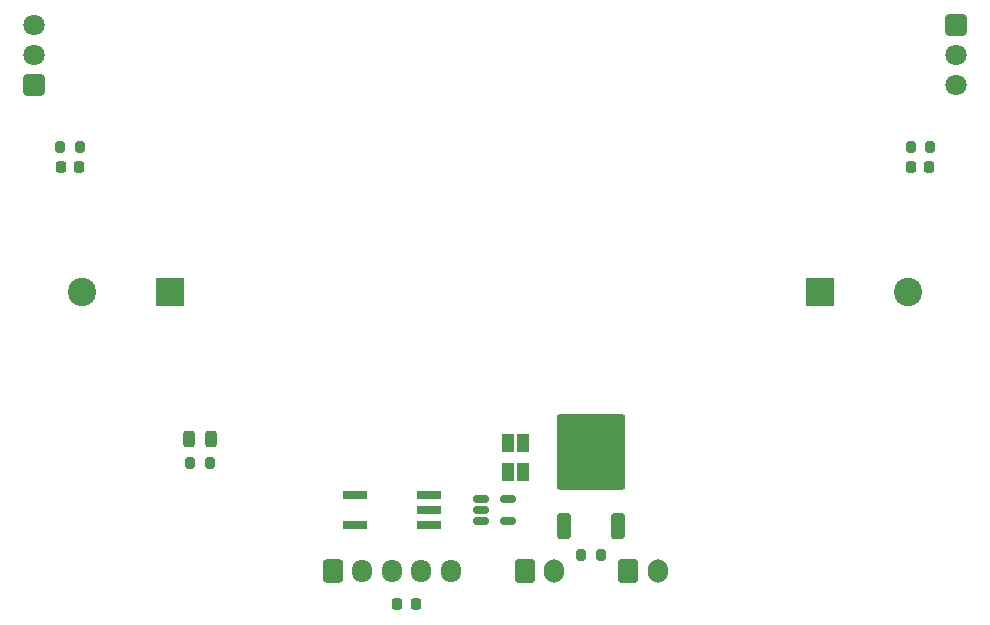
<source format=gbr>
%TF.GenerationSoftware,KiCad,Pcbnew,8.0.1*%
%TF.CreationDate,2024-05-25T14:11:23+09:00*%
%TF.ProjectId,Kicker-20240411,4b69636b-6572-42d3-9230-323430343131,rev?*%
%TF.SameCoordinates,Original*%
%TF.FileFunction,Soldermask,Bot*%
%TF.FilePolarity,Negative*%
%FSLAX46Y46*%
G04 Gerber Fmt 4.6, Leading zero omitted, Abs format (unit mm)*
G04 Created by KiCad (PCBNEW 8.0.1) date 2024-05-25 14:11:23*
%MOMM*%
%LPD*%
G01*
G04 APERTURE LIST*
G04 Aperture macros list*
%AMRoundRect*
0 Rectangle with rounded corners*
0 $1 Rounding radius*
0 $2 $3 $4 $5 $6 $7 $8 $9 X,Y pos of 4 corners*
0 Add a 4 corners polygon primitive as box body*
4,1,4,$2,$3,$4,$5,$6,$7,$8,$9,$2,$3,0*
0 Add four circle primitives for the rounded corners*
1,1,$1+$1,$2,$3*
1,1,$1+$1,$4,$5*
1,1,$1+$1,$6,$7*
1,1,$1+$1,$8,$9*
0 Add four rect primitives between the rounded corners*
20,1,$1+$1,$2,$3,$4,$5,0*
20,1,$1+$1,$4,$5,$6,$7,0*
20,1,$1+$1,$6,$7,$8,$9,0*
20,1,$1+$1,$8,$9,$2,$3,0*%
G04 Aperture macros list end*
%ADD10R,2.400000X2.400000*%
%ADD11C,2.400000*%
%ADD12RoundRect,0.250000X-0.600000X-0.750000X0.600000X-0.750000X0.600000X0.750000X-0.600000X0.750000X0*%
%ADD13O,1.700000X2.000000*%
%ADD14RoundRect,0.250200X-0.649800X0.649800X-0.649800X-0.649800X0.649800X-0.649800X0.649800X0.649800X0*%
%ADD15C,1.800000*%
%ADD16RoundRect,0.250000X-0.600000X-0.725000X0.600000X-0.725000X0.600000X0.725000X-0.600000X0.725000X0*%
%ADD17O,1.700000X1.950000*%
%ADD18RoundRect,0.250200X0.649800X-0.649800X0.649800X0.649800X-0.649800X0.649800X-0.649800X-0.649800X0*%
%ADD19RoundRect,0.225000X-0.225000X-0.250000X0.225000X-0.250000X0.225000X0.250000X-0.225000X0.250000X0*%
%ADD20R,2.000000X0.640000*%
%ADD21RoundRect,0.250000X0.350000X-0.850000X0.350000X0.850000X-0.350000X0.850000X-0.350000X-0.850000X0*%
%ADD22RoundRect,0.249997X2.650003X-2.950003X2.650003X2.950003X-2.650003X2.950003X-2.650003X-2.950003X0*%
%ADD23RoundRect,0.200000X0.200000X0.275000X-0.200000X0.275000X-0.200000X-0.275000X0.200000X-0.275000X0*%
%ADD24RoundRect,0.243750X-0.243750X-0.456250X0.243750X-0.456250X0.243750X0.456250X-0.243750X0.456250X0*%
%ADD25R,1.000000X1.500000*%
%ADD26RoundRect,0.200000X-0.200000X-0.275000X0.200000X-0.275000X0.200000X0.275000X-0.200000X0.275000X0*%
%ADD27RoundRect,0.225000X0.225000X0.250000X-0.225000X0.250000X-0.225000X-0.250000X0.225000X-0.250000X0*%
%ADD28RoundRect,0.150000X-0.512500X-0.150000X0.512500X-0.150000X0.512500X0.150000X-0.512500X0.150000X0*%
G04 APERTURE END LIST*
D10*
%TO.C,C3*%
X152512755Y-98000000D03*
D11*
X145012755Y-98000000D03*
%TD*%
D12*
%TO.C,VIN*%
X182500000Y-121650000D03*
D13*
X185000000Y-121650000D03*
%TD*%
D14*
%TO.C,U3*%
X219025000Y-75460000D03*
D15*
X219025000Y-78000000D03*
X219025000Y-80540000D03*
%TD*%
D16*
%TO.C,TO-MD*%
X166250000Y-121650000D03*
D17*
X168750000Y-121650000D03*
X171250000Y-121650000D03*
X173750000Y-121650000D03*
X176250000Y-121650000D03*
%TD*%
D12*
%TO.C,KI.*%
X191250000Y-121650000D03*
D13*
X193750000Y-121650000D03*
%TD*%
D18*
%TO.C,U4*%
X140975000Y-80540000D03*
D15*
X140975000Y-78000000D03*
X140975000Y-75460000D03*
%TD*%
D10*
%TO.C,C4*%
X207487246Y-98000000D03*
D11*
X214987246Y-98000000D03*
%TD*%
D19*
%TO.C,C6*%
X143225000Y-87500000D03*
X144775000Y-87500000D03*
%TD*%
D20*
%TO.C,PHOTO-C.*%
X168100000Y-117770000D03*
X168100000Y-115230000D03*
X174400000Y-115230000D03*
X174400000Y-116500000D03*
X174400000Y-117770000D03*
%TD*%
D21*
%TO.C,Q1*%
X190405000Y-117890000D03*
D22*
X188125000Y-111590000D03*
D21*
X185845000Y-117890000D03*
%TD*%
D23*
%TO.C,R4*%
X144825000Y-85750000D03*
X143175000Y-85750000D03*
%TD*%
D24*
%TO.C,PWR*%
X154062500Y-110500000D03*
X155937500Y-110500000D03*
%TD*%
D25*
%TO.C,DIR.*%
X181062500Y-110800000D03*
X182362500Y-110800000D03*
%TD*%
D26*
%TO.C,R3*%
X215175000Y-85750000D03*
X216825000Y-85750000D03*
%TD*%
D19*
%TO.C,C2*%
X171725000Y-124500000D03*
X173275000Y-124500000D03*
%TD*%
D26*
%TO.C,R2*%
X154175000Y-112500000D03*
X155825000Y-112500000D03*
%TD*%
D25*
%TO.C,NOT*%
X181062500Y-113300000D03*
X182362500Y-113300000D03*
%TD*%
D27*
%TO.C,C5*%
X216775000Y-87500000D03*
X215225000Y-87500000D03*
%TD*%
D28*
%TO.C,NOT*%
X178787500Y-117450000D03*
X178787500Y-116500000D03*
X178787500Y-115550000D03*
X181062500Y-115550000D03*
X181062500Y-117450000D03*
%TD*%
D23*
%TO.C,R1*%
X188950000Y-120275000D03*
X187300000Y-120275000D03*
%TD*%
M02*

</source>
